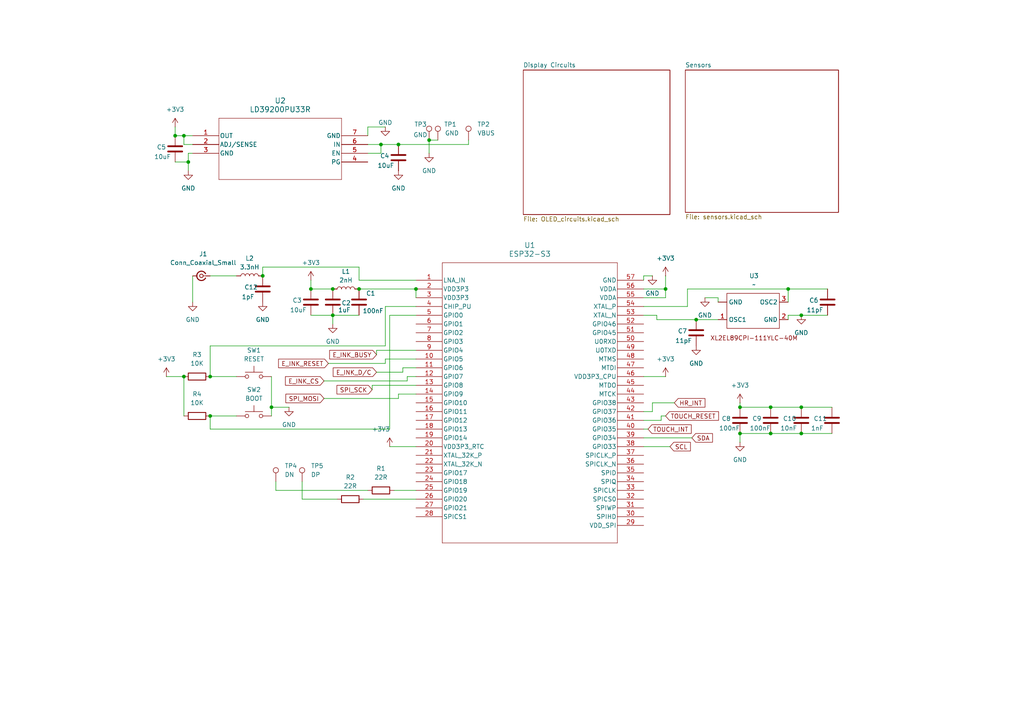
<source format=kicad_sch>
(kicad_sch (version 20250114) (generator "eeschema") (generator_version "9.0")
  (paper "A4")
  (title_block (title "E-ink Watch Flex PCB") (date "2025-12-06") (rev "v1"))
  (lib_symbols
    (symbol "Connector:Conn_Coaxial_Small" (pin_numbers (hide yes)) (pin_names (offset 1.016) (hide yes))
      (property "Reference" "J" (at 0.254 3.048 0))
      (property "Value" "Conn_Coaxial_Small" (at 0 -3.81 0))
      (symbol "Conn_Coaxial_Small_0_1"
        (polyline (pts (xy -2.54 0) (xy -0.508 0)))
        (circle (center 0 0) (radius 0.508) (stroke (width 0.2032)))
      )
      (symbol "Conn_Coaxial_Small_1_1"
        (arc (start 1.3484 0.0039) (mid 0.327 -1.308) (end -1.1916 -0.6311) (stroke (width 0.3048)))
        (arc (start -1.1916 0.6311) (mid 0.327 1.3081) (end 1.3484 -0.0039) (stroke (width 0.3048)))
        (pin passive line (at -2.54 0 0) (length 1.27) (name "In") (number "1"))
        (pin passive line (at 2.54 0 180) (length 1.27) (name "Ext") (number "2"))
      )
    )
    (symbol "Connector:TestPoint" (pin_numbers (hide yes)) (pin_names (offset 0.762) (hide yes))
      (property "Reference" "TP" (at 0 6.858 0))
      (property "Value" "TestPoint" (at 0 5.08 0))
      (symbol "TestPoint_0_1"
        (circle (center 0 3.302) (radius 0.762))
      )
      (symbol "TestPoint_1_1"
        (pin passive line (at 0 0 90) (length 2.54) (name "1") (number "1"))
      )
    )
    (symbol "Device:C" (pin_numbers (hide yes)) (pin_names (offset 0.254))
      (property "Reference" "C" (at 0.635 2.54 0))
      (property "Value" "C" (at 0.635 -2.54 0))
      (symbol "C_0_1"
        (polyline (pts (xy -2.032 0.762) (xy 2.032 0.762)) (stroke (width 0.508)))
        (polyline (pts (xy -2.032 -0.762) (xy 2.032 -0.762)) (stroke (width 0.508)))
      )
      (symbol "C_1_1"
        (pin passive line (at 0 3.81 270) (length 2.794) (name "~") (number "1"))
        (pin passive line (at 0 -3.81 90) (length 2.794) (name "~") (number "2"))
      )
    )
    (symbol "Device:L" (pin_numbers (hide yes)) (pin_names (offset 1.016) (hide yes))
      (property "Reference" "L" (at -1.27 0 90))
      (property "Value" "L" (at 1.905 0 90))
      (symbol "L_0_1"
        (arc (start 0 2.54) (mid 0.6323 1.905) (end 0 1.27))
        (arc (start 0 1.27) (mid 0.6323 0.635) (end 0 0))
        (arc (start 0 0) (mid 0.6323 -0.635) (end 0 -1.27))
        (arc (start 0 -1.27) (mid 0.6323 -1.905) (end 0 -2.54))
      )
      (symbol "L_1_1"
        (pin passive line (at 0 3.81 270) (length 1.27) (name "1") (number "1"))
        (pin passive line (at 0 -3.81 90) (length 1.27) (name "2") (number "2"))
      )
    )
    (symbol "Device:R" (pin_numbers (hide yes)) (pin_names (offset 0))
      (property "Reference" "R" (at 2.032 0 90))
      (property "Value" "R" (at 0 0 90))
      (symbol "R_0_1"
        (rectangle (start -1.016 -2.54) (end 1.016 2.54) (stroke (width 0.254)))
      )
      (symbol "R_1_1"
        (pin passive line (at 0 3.81 270) (length 1.27) (name "~") (number "1"))
        (pin passive line (at 0 -3.81 90) (length 1.27) (name "~") (number "2"))
      )
    )
    (symbol "ESP32-S3:ESP32-S3" (pin_names (offset 0.254))
      (property "Reference" "U" (at 33.02 10.16 0))
      (property "Value" "ESP32-S3" (at 33.02 7.62 0))
      (symbol "ESP32-S3_0_1"
        (polyline (pts (xy 7.62 5.08) (xy 7.62 -76.2)) (stroke (width 0.127)))
        (polyline (pts (xy 7.62 -76.2) (xy 58.42 -76.2)) (stroke (width 0.127)))
        (polyline (pts (xy 58.42 5.08) (xy 7.62 5.08)) (stroke (width 0.127)))
        (polyline (pts (xy 58.42 -76.2) (xy 58.42 5.08)) (stroke (width 0.127)))
        (pin bidirectional line (at 0 0 0) (length 7.62) (name "LNA_IN") (number "1"))
        (pin power_in line (at 0 -2.54 0) (length 7.62) (name "VDD3P3") (number "2"))
        (pin power_in line (at 0 -5.08 0) (length 7.62) (name "VDD3P3") (number "3"))
        (pin input line (at 0 -7.62 0) (length 7.62) (name "CHIP_PU") (number "4"))
        (pin bidirectional line (at 0 -10.16 0) (length 7.62) (name "GPIO0") (number "5"))
        (pin bidirectional line (at 0 -12.7 0) (length 7.62) (name "GPIO1") (number "6"))
        (pin bidirectional line (at 0 -15.24 0) (length 7.62) (name "GPIO2") (number "7"))
        (pin bidirectional line (at 0 -17.78 0) (length 7.62) (name "GPIO3") (number "8"))
        (pin bidirectional line (at 0 -20.32 0) (length 7.62) (name "GPIO4") (number "9"))
        (pin bidirectional line (at 0 -22.86 0) (length 7.62) (name "GPIO5") (number "10"))
        (pin bidirectional line (at 0 -25.4 0) (length 7.62) (name "GPIO6") (number "11"))
        (pin bidirectional line (at 0 -27.94 0) (length 7.62) (name "GPIO7") (number "12"))
        (pin bidirectional line (at 0 -30.48 0) (length 7.62) (name "GPIO8") (number "13"))
        (pin bidirectional line (at 0 -33.02 0) (length 7.62) (name "GPIO9") (number "14"))
        (pin bidirectional line (at 0 -35.56 0) (length 7.62) (name "GPIO10") (number "15"))
        (pin bidirectional line (at 0 -38.1 0) (length 7.62) (name "GPIO11") (number "16"))
        (pin bidirectional line (at 0 -40.64 0) (length 7.62) (name "GPIO12") (number "17"))
        (pin bidirectional line (at 0 -43.18 0) (length 7.62) (name "GPIO13") (number "18"))
        (pin bidirectional line (at 0 -45.72 0) (length 7.62) (name "GPIO14") (number "19"))
        (pin power_in line (at 0 -48.26 0) (length 7.62) (name "VDD3P3_RTC") (number "20"))
        (pin bidirectional line (at 0 -50.8 0) (length 7.62) (name "XTAL_32K_P") (number "21"))
        (pin bidirectional line (at 0 -53.34 0) (length 7.62) (name "XTAL_32K_N") (number "22"))
        (pin bidirectional line (at 0 -55.88 0) (length 7.62) (name "GPIO17") (number "23"))
        (pin bidirectional line (at 0 -58.42 0) (length 7.62) (name "GPIO18") (number "24"))
        (pin bidirectional line (at 0 -60.96 0) (length 7.62) (name "GPIO19") (number "25"))
        (pin bidirectional line (at 0 -63.5 0) (length 7.62) (name "GPIO20") (number "26"))
        (pin bidirectional line (at 0 -66.04 0) (length 7.62) (name "GPIO21") (number "27"))
        (pin bidirectional line (at 0 -68.58 0) (length 7.62) (name "SPICS1") (number "28"))
        (pin power_out line (at 66.04 0 180) (length 7.62) (name "GND") (number "57"))
        (pin power_in line (at 66.04 -2.54 180) (length 7.62) (name "VDDA") (number "56"))
        (pin power_in line (at 66.04 -5.08 180) (length 7.62) (name "VDDA") (number "55"))
        (pin input line (at 66.04 -7.62 180) (length 7.62) (name "XTAL_P") (number "54"))
        (pin output line (at 66.04 -10.16 180) (length 7.62) (name "XTAL_N") (number "53"))
        (pin bidirectional line (at 66.04 -12.7 180) (length 7.62) (name "GPIO46") (number "52"))
        (pin bidirectional line (at 66.04 -15.24 180) (length 7.62) (name "GPIO45") (number "51"))
        (pin bidirectional line (at 66.04 -17.78 180) (length 7.62) (name "U0RXD") (number "50"))
        (pin bidirectional line (at 66.04 -20.32 180) (length 7.62) (name "U0TXD") (number "49"))
        (pin bidirectional line (at 66.04 -22.86 180) (length 7.62) (name "MTMS") (number "48"))
        (pin bidirectional line (at 66.04 -25.4 180) (length 7.62) (name "MTDI") (number "47"))
        (pin power_in line (at 66.04 -27.94 180) (length 7.62) (name "VDD3P3_CPU") (number "46"))
        (pin bidirectional line (at 66.04 -30.48 180) (length 7.62) (name "MTDO") (number "45"))
        (pin bidirectional line (at 66.04 -33.02 180) (length 7.62) (name "MTCK") (number "44"))
        (pin bidirectional line (at 66.04 -35.56 180) (length 7.62) (name "GPIO38") (number "43"))
        (pin bidirectional line (at 66.04 -38.1 180) (length 7.62) (name "GPIO37") (number "42"))
        (pin bidirectional line (at 66.04 -40.64 180) (length 7.62) (name "GPIO36") (number "41"))
        (pin bidirectional line (at 66.04 -43.18 180) (length 7.62) (name "GPIO35") (number "40"))
        (pin bidirectional line (at 66.04 -45.72 180) (length 7.62) (name "GPIO34") (number "39"))
        (pin bidirectional line (at 66.04 -48.26 180) (length 7.62) (name "GPIO33") (number "38"))
        (pin bidirectional line (at 66.04 -50.8 180) (length 7.62) (name "SPICLK_P") (number "37"))
        (pin bidirectional line (at 66.04 -53.34 180) (length 7.62) (name "SPICLK_N") (number "36"))
        (pin bidirectional line (at 66.04 -55.88 180) (length 7.62) (name "SPID") (number "35"))
        (pin bidirectional line (at 66.04 -58.42 180) (length 7.62) (name "SPIQ") (number "34"))
        (pin bidirectional line (at 66.04 -60.96 180) (length 7.62) (name "SPICLK") (number "33"))
        (pin bidirectional line (at 66.04 -63.5 180) (length 7.62) (name "SPICS0") (number "32"))
        (pin bidirectional line (at 66.04 -66.04 180) (length 7.62) (name "SPIWP") (number "31"))
        (pin bidirectional line (at 66.04 -68.58 180) (length 7.62) (name "SPIHD") (number "30"))
        (pin power_in line (at 66.04 -71.12 180) (length 7.62) (name "VDD_SPI") (number "29"))
      )
    )
    (symbol "LD39200PU33R:LD39200PU33R" (pin_names (offset 0.254))
      (property "Reference" "U" (at 25.4 10.16 0))
      (property "Value" "LD39200PU33R" (at 25.4 7.62 0))
      (symbol "LD39200PU33R_0_1"
        (polyline (pts (xy 7.62 5.08) (xy 7.62 -12.7)) (stroke (width 0.127)))
        (polyline (pts (xy 7.62 -12.7) (xy 43.18 -12.7)) (stroke (width 0.127)))
        (polyline (pts (xy 43.18 5.08) (xy 7.62 5.08)) (stroke (width 0.127)))
        (polyline (pts (xy 43.18 -12.7) (xy 43.18 5.08)) (stroke (width 0.127)))
        (pin output line (at 0 0 0) (length 7.62) (name "OUT") (number "1"))
        (pin unspecified line (at 0 -2.54 0) (length 7.62) (name "ADJ/SENSE") (number "2"))
        (pin power_out line (at 0 -5.08 0) (length 7.62) (name "GND") (number "3"))
        (pin power_out line (at 50.8 0 180) (length 7.62) (name "GND") (number "7"))
        (pin power_in line (at 50.8 -2.54 180) (length 7.62) (name "IN") (number "6"))
        (pin unspecified line (at 50.8 -5.08 180) (length 7.62) (name "EN") (number "5"))
        (pin unspecified line (at 50.8 -7.62 180) (length 7.62) (name "PG") (number "4"))
      )
    )
    (symbol "Switch:SW_Push" (pin_numbers (hide yes)) (pin_names (offset 1.016) (hide yes))
      (property "Reference" "SW" (at 1.27 2.54 0))
      (property "Value" "SW_Push" (at 0 -1.524 0))
      (symbol "SW_Push_0_1"
        (circle (center -2.032 0) (radius 0.508))
        (polyline (pts (xy 0 1.27) (xy 0 3.048)))
        (circle (center 2.032 0) (radius 0.508))
        (polyline (pts (xy 2.54 1.27) (xy -2.54 1.27)))
        (pin passive line (at -5.08 0 0) (length 2.54) (name "1") (number "1"))
        (pin passive line (at 5.08 0 180) (length 2.54) (name "2") (number "2"))
      )
    )
    (symbol "XL2EL89CPI-111YLC-40M:XL2EL89CPI-111YLC-40M"
      (property "Reference" "U" (at 0 0 0))
      (symbol "XL2EL89CPI-111YLC-40M_0_1"
        (rectangle (start -7.62 5.08) (end 7.62 -5.08))
      )
      (symbol "XL2EL89CPI-111YLC-40M_1_1"
        (text "XL2EL89CPI-111YLC-40M" (at 0.254 -7.874 0) (effects (font (size 1.27 1.27))))
        (pin power_in line (at -10.16 2.54 0) (length 2.54) (name "GND") (number ""))
        (pin bidirectional line (at -10.16 -2.54 0) (length 2.54) (name "OSC1") (number "1"))
        (pin bidirectional line (at 10.16 2.54 180) (length 2.54) (name "OSC2") (number "3"))
        (pin power_in line (at 10.16 -2.54 180) (length 2.54) (name "GND") (number "2"))
      )
    )
    (symbol "power:+3V3" (power) (pin_numbers (hide yes)) (pin_names (offset 0) (hide yes))
      (property "Value" "+3V3" (at 0 3.556 0))
      (symbol "+3V3_0_1"
        (polyline (pts (xy -0.762 1.27) (xy 0 2.54)))
        (polyline (pts (xy 0 2.54) (xy 0.762 1.27)))
        (polyline (pts (xy 0 0) (xy 0 2.54)))
      )
      (symbol "+3V3_1_1"
        (pin power_in line (at 0 0 90) (length 0) (name "~") (number "1"))
      )
    )
    (symbol "power:GND" (power) (pin_numbers (hide yes)) (pin_names (offset 0) (hide yes))
      (property "Value" "GND" (at 0 -3.81 0))
      (symbol "GND_0_1"
        (polyline (pts (xy 0 0) (xy 0 -1.27) (xy 1.27 -1.27) (xy 0 -2.54) (xy -1.27 -1.27) (xy 0 -1.27)))
      )
      (symbol "GND_1_1"
        (pin power_in line (at 0 0 270) (length 0) (name "~") (number "1"))
      )
    )
  )
  (junction (at 223.52 118.11))
  (junction (at 54.61 46.99))
  (junction (at 90.17 83.82))
  (junction (at 223.52 125.73))
  (junction (at 96.52 91.44))
  (junction (at 232.41 125.73))
  (junction (at 124.46 40.64))
  (junction (at 110.49 41.91))
  (junction (at 78.74 118.11))
  (junction (at 120.65 83.82))
  (junction (at 201.93 92.71))
  (junction (at 104.14 83.82))
  (junction (at 228.6 83.82))
  (junction (at 214.63 118.11))
  (junction (at 115.57 41.91))
  (junction (at 53.34 109.22))
  (junction (at 214.63 125.73))
  (junction (at 96.52 83.82))
  (junction (at 76.2 80.01))
  (junction (at 60.96 120.65))
  (junction (at 193.04 83.82))
  (junction (at 232.41 91.44))
  (junction (at 232.41 118.11))
  (junction (at 50.8 39.37))
  (junction (at 53.34 39.37))
  (junction (at 60.96 109.22))
  (wire (pts (xy 118.11 109.22) (xy 118.11 110.49)))
  (wire (pts (xy 189.23 116.84) (xy 195.58 116.84)))
  (wire (pts (xy 55.88 39.37) (xy 53.34 39.37)))
  (wire (pts (xy 189.23 80.01) (xy 186.69 80.01)))
  (wire (pts (xy 111.76 105.41) (xy 95.25 105.41)))
  (wire (pts (xy 55.88 80.01) (xy 55.88 87.63)))
  (wire (pts (xy 223.52 118.11) (xy 232.41 118.11)))
  (wire (pts (xy 120.65 91.44) (xy 113.03 91.44)))
  (wire (pts (xy 223.52 125.73) (xy 232.41 125.73)))
  (wire (pts (xy 208.28 86.36) (xy 208.28 87.63)))
  (wire (pts (xy 214.63 116.84) (xy 214.63 118.11)))
  (wire (pts (xy 232.41 125.73) (xy 241.3 125.73)))
  (wire (pts (xy 186.69 80.01) (xy 186.69 81.28)))
  (wire (pts (xy 232.41 118.11) (xy 241.3 118.11)))
  (wire (pts (xy 53.34 109.22) (xy 53.34 120.65)))
  (wire (pts (xy 115.57 114.3) (xy 115.57 115.57)))
  (wire (pts (xy 104.14 81.28) (xy 104.14 77.47)))
  (wire (pts (xy 111.76 104.14) (xy 111.76 105.41)))
  (wire (pts (xy 54.61 44.45) (xy 55.88 44.45)))
  (wire (pts (xy 186.69 129.54) (xy 194.31 129.54)))
  (wire (pts (xy 106.68 36.83) (xy 106.68 39.37)))
  (wire (pts (xy 120.65 101.6) (xy 109.22 101.6)))
  (wire (pts (xy 120.65 81.28) (xy 104.14 81.28)))
  (wire (pts (xy 199.39 83.82) (xy 228.6 83.82)))
  (wire (pts (xy 193.04 120.65) (xy 191.77 120.65)))
  (wire (pts (xy 55.88 41.91) (xy 53.34 41.91)))
  (wire (pts (xy 48.26 109.22) (xy 53.34 109.22)))
  (wire (pts (xy 93.98 115.57) (xy 115.57 115.57)))
  (wire (pts (xy 114.3 142.24) (xy 120.65 142.24)))
  (wire (pts (xy 116.84 106.68) (xy 116.84 107.95)))
  (wire (pts (xy 50.8 39.37) (xy 50.8 36.83)))
  (wire (pts (xy 214.63 125.73) (xy 214.63 128.27)))
  (wire (pts (xy 113.03 129.54) (xy 120.65 129.54)))
  (wire (pts (xy 78.74 118.11) (xy 83.82 118.11)))
  (wire (pts (xy 111.76 36.83) (xy 106.68 36.83)))
  (wire (pts (xy 189.23 119.38) (xy 189.23 116.84)))
  (wire (pts (xy 193.04 83.82) (xy 186.69 83.82)))
  (wire (pts (xy 53.34 41.91) (xy 53.34 39.37)))
  (wire (pts (xy 232.41 91.44) (xy 240.03 91.44)))
  (wire (pts (xy 120.65 114.3) (xy 115.57 114.3)))
  (wire (pts (xy 105.41 144.78) (xy 120.65 144.78)))
  (wire (pts (xy 60.96 100.33) (xy 111.76 100.33)))
  (wire (pts (xy 96.52 93.98) (xy 96.52 91.44)))
  (wire (pts (xy 124.46 40.64) (xy 127 40.64)))
  (wire (pts (xy 191.77 120.65) (xy 191.77 121.92)))
  (wire (pts (xy 53.34 39.37) (xy 50.8 39.37)))
  (wire (pts (xy 113.03 91.44) (xy 113.03 124.46)))
  (wire (pts (xy 76.2 77.47) (xy 76.2 80.01)))
  (wire (pts (xy 193.04 86.36) (xy 193.04 83.82)))
  (wire (pts (xy 186.69 124.46) (xy 187.96 124.46)))
  (wire (pts (xy 186.69 86.36) (xy 193.04 86.36)))
  (wire (pts (xy 111.76 88.9) (xy 120.65 88.9)))
  (wire (pts (xy 60.96 124.46) (xy 60.96 120.65)))
  (wire (pts (xy 120.65 109.22) (xy 118.11 109.22)))
  (wire (pts (xy 54.61 46.99) (xy 54.61 44.45)))
  (wire (pts (xy 120.65 104.14) (xy 111.76 104.14)))
  (wire (pts (xy 87.63 144.78) (xy 97.79 144.78)))
  (wire (pts (xy 204.47 86.36) (xy 208.28 86.36)))
  (wire (pts (xy 120.65 83.82) (xy 120.65 86.36)))
  (wire (pts (xy 199.39 88.9) (xy 199.39 83.82)))
  (wire (pts (xy 190.5 92.71) (xy 190.5 91.44)))
  (wire (pts (xy 90.17 81.28) (xy 90.17 83.82)))
  (wire (pts (xy 104.14 77.47) (xy 76.2 77.47)))
  (wire (pts (xy 228.6 83.82) (xy 240.03 83.82)))
  (wire (pts (xy 186.69 88.9) (xy 199.39 88.9)))
  (wire (pts (xy 232.41 91.44) (xy 228.6 91.44)))
  (wire (pts (xy 104.14 83.82) (xy 120.65 83.82)))
  (wire (pts (xy 111.76 100.33) (xy 111.76 88.9)))
  (wire (pts (xy 60.96 109.22) (xy 68.58 109.22)))
  (wire (pts (xy 193.04 80.01) (xy 193.04 83.82)))
  (wire (pts (xy 118.11 110.49) (xy 93.98 110.49)))
  (wire (pts (xy 186.69 119.38) (xy 189.23 119.38)))
  (wire (pts (xy 54.61 49.53) (xy 54.61 46.99)))
  (wire (pts (xy 113.03 124.46) (xy 60.96 124.46)))
  (wire (pts (xy 106.68 41.91) (xy 110.49 41.91)))
  (wire (pts (xy 110.49 44.45) (xy 110.49 41.91)))
  (wire (pts (xy 191.77 121.92) (xy 186.69 121.92)))
  (wire (pts (xy 90.17 91.44) (xy 96.52 91.44)))
  (wire (pts (xy 50.8 46.99) (xy 54.61 46.99)))
  (wire (pts (xy 90.17 83.82) (xy 96.52 83.82)))
  (wire (pts (xy 106.68 142.24) (xy 80.01 142.24)))
  (wire (pts (xy 214.63 118.11) (xy 223.52 118.11)))
  (wire (pts (xy 228.6 91.44) (xy 228.6 92.71)))
  (wire (pts (xy 60.96 80.01) (xy 68.58 80.01)))
  (wire (pts (xy 60.96 109.22) (xy 60.96 100.33)))
  (wire (pts (xy 78.74 109.22) (xy 78.74 118.11)))
  (wire (pts (xy 120.65 111.76) (xy 107.95 111.76)))
  (wire (pts (xy 120.65 106.68) (xy 116.84 106.68)))
  (wire (pts (xy 115.57 41.91) (xy 135.89 41.91)))
  (wire (pts (xy 96.52 91.44) (xy 104.14 91.44)))
  (wire (pts (xy 214.63 125.73) (xy 223.52 125.73)))
  (wire (pts (xy 109.22 101.6) (xy 109.22 102.87)))
  (wire (pts (xy 135.89 41.91) (xy 135.89 40.64)))
  (wire (pts (xy 107.95 111.76) (xy 107.95 113.03)))
  (wire (pts (xy 106.68 44.45) (xy 110.49 44.45)))
  (wire (pts (xy 190.5 91.44) (xy 186.69 91.44)))
  (wire (pts (xy 78.74 118.11) (xy 78.74 120.65)))
  (wire (pts (xy 186.69 127) (xy 200.66 127)))
  (wire (pts (xy 110.49 41.91) (xy 115.57 41.91)))
  (wire (pts (xy 87.63 139.7) (xy 87.63 144.78)))
  (wire (pts (xy 80.01 142.24) (xy 80.01 139.7)))
  (wire (pts (xy 208.28 92.71) (xy 201.93 92.71)))
  (wire (pts (xy 228.6 83.82) (xy 228.6 87.63)))
  (wire (pts (xy 60.96 120.65) (xy 68.58 120.65)))
  (wire (pts (xy 124.46 40.64) (xy 124.46 44.45)))
  (wire (pts (xy 116.84 107.95) (xy 109.22 107.95)))
  (wire (pts (xy 186.69 109.22) (xy 193.04 109.22)))
  (wire (pts (xy 201.93 92.71) (xy 190.5 92.71)))
  (global_label "E_INK_D{slash}C" (shape input) (at 109.22 107.95 180) (property "Intersheetrefs" "${INTERSHEET_REFS}" (effects (hide yes))))
  (global_label "SCL" (shape input) (at 194.31 129.54 0) (property "Intersheetrefs" "${INTERSHEET_REFS}" (effects (hide yes))))
  (global_label "TOUCH_RESET" (shape input) (at 193.04 120.65 0) (property "Intersheetrefs" "${INTERSHEET_REFS}" (effects (hide yes))))
  (global_label "E_INK_BUSY" (shape input) (at 109.22 102.87 180) (property "Intersheetrefs" "${INTERSHEET_REFS}" (effects (hide yes))))
  (global_label "E_INK_RESET" (shape input) (at 95.25 105.41 180) (property "Intersheetrefs" "${INTERSHEET_REFS}" (effects (hide yes))))
  (global_label "SDA" (shape input) (at 200.66 127 0) (property "Intersheetrefs" "${INTERSHEET_REFS}" (effects (hide yes))))
  (global_label "SPI_SCK" (shape input) (at 107.95 113.03 180) (property "Intersheetrefs" "${INTERSHEET_REFS}" (effects (hide yes))))
  (global_label "SPI_MOSI" (shape input) (at 93.98 115.57 180) (property "Intersheetrefs" "${INTERSHEET_REFS}" (effects (hide yes))))
  (global_label "HR_INT" (shape input) (at 195.58 116.84 0) (property "Intersheetrefs" "${INTERSHEET_REFS}" (effects (hide yes))))
  (global_label "E_INK_CS" (shape input) (at 93.98 110.49 180) (property "Intersheetrefs" "${INTERSHEET_REFS}" (effects (hide yes))))
  (global_label "TOUCH_INT" (shape input) (at 187.96 124.46 0) (property "Intersheetrefs" "${INTERSHEET_REFS}" (effects (hide yes))))
  (symbol (lib_id "power:GND") (at 115.57 49.53 0) (unit 1)
    (property "Reference" "#PWR010" (effects (hide yes)))
    (property "Value" "GND" (at 115.57 54.61 0))
    (property "Description" "Power symbol creates a global label with name \"GND\" , ground" (effects (hide yes)))
  )
  (symbol (lib_id "power:+3V3") (at 50.8 36.83 0) (unit 1)
    (property "Reference" "#PWR07" (effects (hide yes)))
    (property "Value" "+3V3" (at 50.8 31.75 0))
    (property "Description" "Power symbol creates a global label with name \"+3V3\"" (effects (hide yes)))
  )
  (symbol (lib_id "power:+3V3") (at 193.04 109.22 0) (unit 1)
    (property "Reference" "#PWR02" (effects (hide yes)))
    (property "Value" "+3V3" (at 193.04 104.14 0))
    (property "Description" "Power symbol creates a global label with name \"+3V3\"" (effects (hide yes)))
  )
  (symbol (lib_id "Device:C") (at 76.2 83.82 0) (unit 1)
    (property "Reference" "C12" (at 70.866 83.312 0) (effects (justify left)))
    (property "Value" "1pF" (at 70.104 86.106 0) (effects (justify left)))
    (property "Description" "Unpolarized capacitor" (effects (hide yes)))
  )
  (symbol (lib_id "power:+3V3") (at 193.04 80.01 0) (unit 1)
    (property "Reference" "#PWR01" (effects (hide yes)))
    (property "Value" "+3V3" (at 193.04 74.93 0))
    (property "Description" "Power symbol creates a global label with name \"+3V3\"" (effects (hide yes)))
  )
  (symbol (lib_id "Device:R") (at 57.15 120.65 90) (unit 1)
    (property "Reference" "R4" (at 57.15 114.3 90))
    (property "Value" "10K" (at 57.15 116.84 90))
    (property "Description" "Resistor" (effects (hide yes)))
  )
  (symbol (lib_id "power:GND") (at 204.47 86.36 0) (unit 1)
    (property "Reference" "#PWR012" (effects (hide yes)))
    (property "Value" "GND" (at 204.47 91.44 0))
    (property "Description" "Power symbol creates a global label with name \"GND\" , ground" (effects (hide yes)))
  )
  (symbol (lib_id "power:GND") (at 232.41 91.44 0) (unit 1)
    (property "Reference" "#PWR013" (effects (hide yes)))
    (property "Value" "GND" (at 232.41 96.52 0))
    (property "Description" "Power symbol creates a global label with name \"GND\" , ground" (effects (hide yes)))
  )
  (symbol (lib_id "power:GND") (at 76.2 87.63 0) (unit 1)
    (property "Reference" "#PWR019" (effects (hide yes)))
    (property "Value" "GND" (at 76.2 92.71 0))
    (property "Description" "Power symbol creates a global label with name \"GND\" , ground" (effects (hide yes)))
  )
  (symbol (lib_id "Device:C") (at 232.41 121.92 0) (unit 1)
    (property "Reference" "C10" (at 227.076 121.412 0) (effects (justify left)))
    (property "Value" "10nF" (at 226.314 124.206 0) (effects (justify left)))
    (property "Description" "Unpolarized capacitor" (effects (hide yes)))
  )
  (symbol (lib_id "Switch:SW_Push") (at 73.66 120.65 0) (unit 1)
    (property "Reference" "SW2" (at 73.66 113.03 0))
    (property "Value" "BOOT" (at 73.66 115.57 0))
    (property "Description" "Push button switch, generic, two pins" (effects (hide yes)))
  )
  (symbol (lib_id "power:GND") (at 111.76 36.83 0) (unit 1)
    (property "Reference" "#PWR09" (effects (hide yes)))
    (property "Value" "GND" (at 111.76 35.56 0))
    (property "Description" "Power symbol creates a global label with name \"GND\" , ground" (effects (hide yes)))
  )
  (symbol (lib_id "XL2EL89CPI-111YLC-40M:XL2EL89CPI-111YLC-40M") (at 218.44 90.17 0) (unit 1)
    (property "Reference" "U3" (at 218.694 80.01 0))
    (property "Value" "~" (at 218.694 82.55 0))
  )
  (symbol (lib_id "Connector:TestPoint") (at 127 40.64 0) (unit 1)
    (property "Reference" "TP1" (at 128.778 36.068 0) (effects (justify left)))
    (property "Value" "GND" (at 129.032 38.608 0) (effects (justify left)))
    (property "Description" "test point" (effects (hide yes)))
  )
  (symbol (lib_id "Connector:TestPoint") (at 124.46 40.64 0) (unit 1)
    (property "Reference" "TP3" (at 120.142 36.068 0) (effects (justify left)))
    (property "Value" "GND" (at 119.888 39.116 0) (effects (justify left)))
    (property "Description" "test point" (effects (hide yes)))
  )
  (symbol (lib_id "Connector:Conn_Coaxial_Small") (at 58.42 80.01 180) (unit 1)
    (property "Reference" "J1" (at 58.9395 73.66 0))
    (property "Value" "Conn_Coaxial_Small" (at 58.9395 76.2 0))
    (property "Description" "small coaxial connector (BNC, SMA, SMB, SMC, Cinch/RCA, LEMO, ...)" (effects (hide yes)))
  )
  (symbol (lib_id "power:+3V3") (at 48.26 109.22 0) (unit 1)
    (property "Reference" "#PWR017" (effects (hide yes)))
    (property "Value" "+3V3" (at 48.26 104.14 0))
    (property "Description" "Power symbol creates a global label with name \"+3V3\"" (effects (hide yes)))
  )
  (symbol (lib_id "Device:C") (at 201.93 96.52 0) (unit 1)
    (property "Reference" "C7" (at 196.596 96.012 0) (effects (justify left)))
    (property "Value" "11pF" (at 195.834 98.806 0) (effects (justify left)))
    (property "Description" "Unpolarized capacitor" (effects (hide yes)))
  )
  (symbol (lib_id "power:GND") (at 124.46 44.45 0) (unit 1)
    (property "Reference" "#PWR06" (effects (hide yes)))
    (property "Value" "GND" (at 124.46 49.53 0))
    (property "Description" "Power symbol creates a global label with name \"GND\" , ground" (effects (hide yes)))
  )
  (symbol (lib_id "power:GND") (at 55.88 87.63 0) (unit 1)
    (property "Reference" "#PWR020" (effects (hide yes)))
    (property "Value" "GND" (at 55.88 92.71 0))
    (property "Description" "Power symbol creates a global label with name \"GND\" , ground" (effects (hide yes)))
  )
  (symbol (lib_id "power:GND") (at 83.82 118.11 0) (unit 1)
    (property "Reference" "#PWR018" (effects (hide yes)))
    (property "Value" "GND" (at 83.82 123.19 0))
    (property "Description" "Power symbol creates a global label with name \"GND\" , ground" (effects (hide yes)))
  )
  (symbol (lib_id "Connector:TestPoint") (at 80.01 139.7 0) (unit 1)
    (property "Reference" "TP4" (at 82.55 135.1279 0) (effects (justify left)))
    (property "Value" "DN" (at 82.55 137.6679 0) (effects (justify left)))
    (property "Description" "test point" (effects (hide yes)))
  )
  (symbol (lib_id "Device:C") (at 214.63 121.92 0) (unit 1)
    (property "Reference" "C8" (at 209.296 121.412 0) (effects (justify left)))
    (property "Value" "100nF" (at 208.534 124.206 0) (effects (justify left)))
    (property "Description" "Unpolarized capacitor" (effects (hide yes)))
  )
  (symbol (lib_id "Connector:TestPoint") (at 135.89 40.64 0) (unit 1)
    (property "Reference" "TP2" (at 138.43 36.0679 0) (effects (justify left)))
    (property "Value" "VBUS" (at 138.43 38.6079 0) (effects (justify left)))
    (property "Description" "test point" (effects (hide yes)))
  )
  (symbol (lib_id "Device:R") (at 57.15 109.22 90) (unit 1)
    (property "Reference" "R3" (at 57.15 102.87 90))
    (property "Value" "10K" (at 57.15 105.41 90))
    (property "Description" "Resistor" (effects (hide yes)))
  )
  (symbol (lib_id "Device:R") (at 110.49 142.24 90) (unit 1)
    (property "Reference" "R1" (at 110.49 135.89 90))
    (property "Value" "22R" (at 110.49 138.43 90))
    (property "Description" "Resistor" (effects (hide yes)))
  )
  (symbol (lib_id "Device:L") (at 100.33 83.82 90) (unit 1)
    (property "Reference" "L1" (at 100.33 78.74 90))
    (property "Value" "2nH" (at 100.33 81.28 90))
    (property "Description" "Inductor" (effects (hide yes)))
  )
  (symbol (lib_id "power:GND") (at 201.93 100.33 0) (unit 1)
    (property "Reference" "#PWR014" (effects (hide yes)))
    (property "Value" "GND" (at 201.93 105.41 0))
    (property "Description" "Power symbol creates a global label with name \"GND\" , ground" (effects (hide yes)))
  )
  (symbol (lib_id "LD39200PU33R:LD39200PU33R") (at 55.88 39.37 0) (unit 1)
    (property "Reference" "U2" (at 81.28 29.21 0) (effects (font (size 1.524 1.524))))
    (property "Value" "LD39200PU33R" (at 81.28 31.75 0) (effects (font (size 1.524 1.524))))
    (property "Footprint" "SON_DFN6_3X3_STM" (effects (hide yes)))
    (property "Datasheet" "https://www.st.com/resource/en/datasheet/ld39200.pdf" (effects (hide yes)))
  )
  (symbol (lib_id "Device:C") (at 241.3 121.92 0) (unit 1)
    (property "Reference" "C11" (at 235.966 121.412 0) (effects (justify left)))
    (property "Value" "1nF" (at 235.204 124.206 0) (effects (justify left)))
    (property "Description" "Unpolarized capacitor" (effects (hide yes)))
  )
  (symbol (lib_id "power:+3V3") (at 113.03 129.54 0) (unit 1)
    (property "Reference" "#PWR03" (effects (hide yes)))
    (property "Value" "+3V3" (at 110.49 124.46 0))
    (property "Description" "Power symbol creates a global label with name \"+3V3\"" (effects (hide yes)))
  )
  (symbol (lib_id "Device:C") (at 90.17 87.63 0) (unit 1)
    (property "Reference" "C3" (at 84.836 87.122 0) (effects (justify left)))
    (property "Value" "10uF" (at 84.074 89.916 0) (effects (justify left)))
    (property "Description" "Unpolarized capacitor" (effects (hide yes)))
  )
  (symbol (lib_id "Device:L") (at 72.39 80.01 90) (unit 1)
    (property "Reference" "L2" (at 72.39 74.93 90))
    (property "Value" "3.3nH" (at 72.39 77.47 90))
    (property "Description" "Inductor" (effects (hide yes)))
  )
  (symbol (lib_id "power:GND") (at 96.52 93.98 0) (unit 1)
    (property "Reference" "#PWR04" (effects (hide yes)))
    (property "Value" "GND" (at 96.52 99.06 0))
    (property "Description" "Power symbol creates a global label with name \"GND\" , ground" (effects (hide yes)))
  )
  (symbol (lib_id "power:GND") (at 54.61 49.53 0) (unit 1)
    (property "Reference" "#PWR08" (effects (hide yes)))
    (property "Value" "GND" (at 54.61 54.61 0))
    (property "Description" "Power symbol creates a global label with name \"GND\" , ground" (effects (hide yes)))
  )
  (symbol (lib_id "Device:C") (at 115.57 45.72 0) (unit 1)
    (property "Reference" "C4" (at 110.236 45.212 0) (effects (justify left)))
    (property "Value" "10uF" (at 109.474 48.006 0) (effects (justify left)))
    (property "Description" "Unpolarized capacitor" (effects (hide yes)))
  )
  (symbol (lib_id "power:+3V3") (at 214.63 116.84 0) (unit 1)
    (property "Reference" "#PWR015" (effects (hide yes)))
    (property "Value" "+3V3" (at 214.63 111.76 0))
    (property "Description" "Power symbol creates a global label with name \"+3V3\"" (effects (hide yes)))
  )
  (symbol (lib_id "Device:C") (at 96.52 87.63 0) (unit 1)
    (property "Reference" "C2" (at 99.06 87.884 0) (effects (justify left)))
    (property "Value" "1uF" (at 98.044 89.916 0) (effects (justify left)))
    (property "Description" "Unpolarized capacitor" (effects (hide yes)))
  )
  (symbol (lib_id "Device:C") (at 240.03 87.63 0) (unit 1)
    (property "Reference" "C6" (at 234.696 87.122 0) (effects (justify left)))
    (property "Value" "11pF" (at 233.934 89.916 0) (effects (justify left)))
    (property "Description" "Unpolarized capacitor" (effects (hide yes)))
  )
  (symbol (lib_id "Device:C") (at 104.14 87.63 0) (unit 1)
    (property "Reference" "C1" (at 106.172 85.09 0) (effects (justify left)))
    (property "Value" "100nF" (at 105.156 90.17 0) (effects (justify left)))
    (property "Description" "Unpolarized capacitor" (effects (hide yes)))
  )
  (symbol (lib_id "Device:C") (at 50.8 43.18 0) (unit 1)
    (property "Reference" "C5" (at 45.466 42.672 0) (effects (justify left)))
    (property "Value" "10uF" (at 44.704 45.466 0) (effects (justify left)))
    (property "Description" "Unpolarized capacitor" (effects (hide yes)))
  )
  (symbol (lib_id "power:+3V3") (at 90.17 81.28 0) (unit 1)
    (property "Reference" "#PWR05" (effects (hide yes)))
    (property "Value" "+3V3" (at 90.17 76.2 0))
    (property "Description" "Power symbol creates a global label with name \"+3V3\"" (effects (hide yes)))
  )
  (symbol (lib_id "Switch:SW_Push") (at 73.66 109.22 0) (unit 1)
    (property "Reference" "SW1" (at 73.66 101.6 0))
    (property "Value" "RESET" (at 73.66 104.14 0))
    (property "Description" "Push button switch, generic, two pins" (effects (hide yes)))
  )
  (symbol (lib_id "power:GND") (at 189.23 80.01 0) (unit 1)
    (property "Reference" "#PWR011" (effects (hide yes)))
    (property "Value" "GND" (at 189.23 85.09 0))
    (property "Description" "Power symbol creates a global label with name \"GND\" , ground" (effects (hide yes)))
  )
  (symbol (lib_id "ESP32-S3:ESP32-S3") (at 120.65 81.28 0) (unit 1)
    (property "Reference" "U1" (at 153.67 71.12 0) (effects (font (size 1.524 1.524))))
    (property "Value" "ESP32-S3" (at 153.67 73.66 0) (effects (font (size 1.524 1.524))))
    (property "Footprint" "QFN56_7X7_EXP" (effects (hide yes)))
    (property "Datasheet" "ESP32-S3" (effects (hide yes)))
  )
  (symbol (lib_id "power:GND") (at 214.63 128.27 0) (unit 1)
    (property "Reference" "#PWR016" (effects (hide yes)))
    (property "Value" "GND" (at 214.63 133.35 0))
    (property "Description" "Power symbol creates a global label with name \"GND\" , ground" (effects (hide yes)))
  )
  (symbol (lib_id "Device:R") (at 101.6 144.78 90) (unit 1)
    (property "Reference" "R2" (at 101.6 138.43 90))
    (property "Value" "22R" (at 101.6 140.97 90))
    (property "Description" "Resistor" (effects (hide yes)))
  )
  (symbol (lib_id "Device:C") (at 223.52 121.92 0) (unit 1)
    (property "Reference" "C9" (at 218.186 121.412 0) (effects (justify left)))
    (property "Value" "100nF" (at 217.424 124.206 0) (effects (justify left)))
    (property "Description" "Unpolarized capacitor" (effects (hide yes)))
  )
  (symbol (lib_id "Connector:TestPoint") (at 87.63 139.7 0) (unit 1)
    (property "Reference" "TP5" (at 90.17 135.1279 0) (effects (justify left)))
    (property "Value" "DP" (at 90.17 137.6679 0) (effects (justify left)))
    (property "Description" "test point" (effects (hide yes)))
  )
  (sheet (at 198.755 20.32) (size 44.45 41.275) (stroke (width 0.1524))
    (property "Sheetname" "Sensors" (at 198.755 19.6084 0) (effects (justify left bottom)))
    (property "Sheetfile" "sensors.kicad_sch" (at 198.755 62.1796 0) (effects (justify left top)))
  )
  (sheet (at 151.765 20.32) (size 42.545 41.91) (stroke (width 0.1524))
    (property "Sheetname" "Display Circuits" (at 151.765 19.6084 0) (effects (justify left bottom)))
    (property "Sheetfile" "OLED_circuits.kicad_sch" (at 151.765 62.8146 0) (effects (justify left top)))
  )
)
</source>
